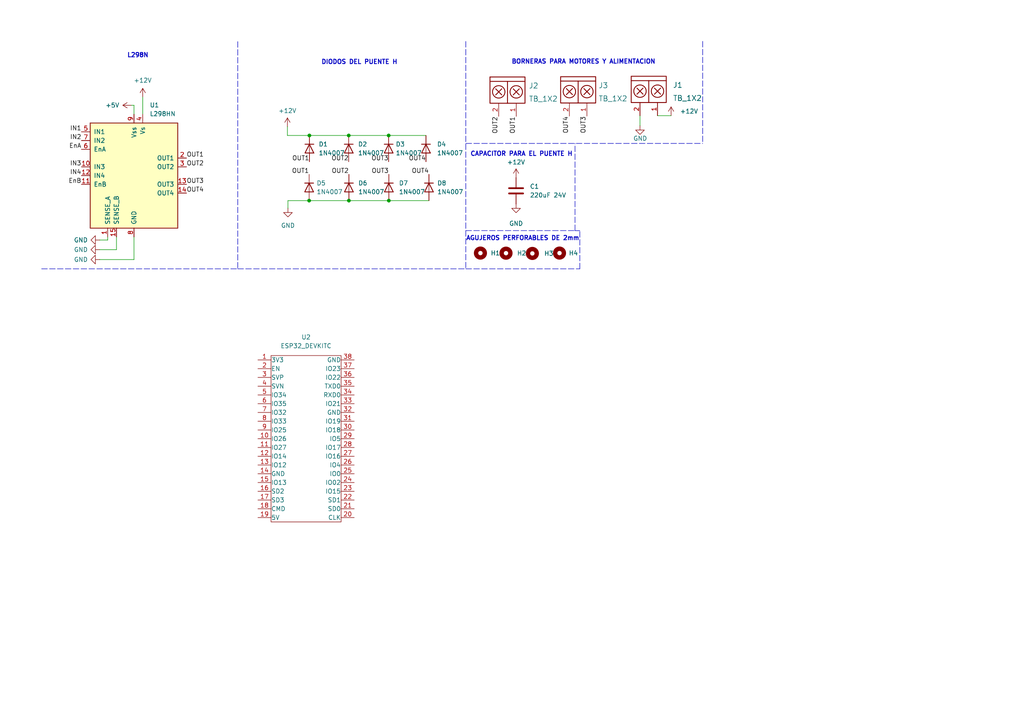
<source format=kicad_sch>
(kicad_sch (version 20211123) (generator eeschema)
  (paper "A4")
  (lib_symbols
    (symbol "Device:C" (pin_numbers hide) (pin_names (offset 0.254))
      (property "Reference" "C" (at 0.635 2.54 0))
      (property "Value" "C" (at 0.635 -2.54 0))
      (symbol "C_0_1"
        (polyline (pts (xy -2.032 -0.762) (xy 2.032 -0.762)) (stroke (width 0.508)))
        (polyline (pts (xy -2.032 0.762) (xy 2.032 0.762)) (stroke (width 0.508)))
      )
      (symbol "C_1_1"
        (pin passive line (at 0 3.81 270) (length 2.794) (name "~") (number "1"))
        (pin passive line (at 0 -3.81 90) (length 2.794) (name "~") (number "2"))
      )
    )
    (symbol "Diode:1N4007" (pin_numbers hide) (pin_names (offset 1.016) hide)
      (property "Reference" "D" (at 0 2.54 0))
      (property "Value" "1N4007" (at 0 -2.54 0))
      (symbol "1N4007_0_1"
        (polyline (pts (xy -1.27 1.27) (xy -1.27 -1.27)) (stroke (width 0.254)))
        (polyline (pts (xy 1.27 0) (xy -1.27 0)))
        (polyline (pts (xy 1.27 1.27) (xy 1.27 -1.27) (xy -1.27 0) (xy 1.27 1.27)) (stroke (width 0.254)))
      )
      (symbol "1N4007_1_1"
        (pin passive line (at -3.81 0 0) (length 2.54) (name "K") (number "1"))
        (pin passive line (at 3.81 0 180) (length 2.54) (name "A") (number "2"))
      )
    )
    (symbol "Driver_Motor:L298HN" (pin_names (offset 1.016))
      (property "Reference" "U" (at -10.16 16.51 0))
      (property "Value" "L298HN" (at 12.7 16.51 0))
      (symbol "L298HN_0_1"
        (rectangle (start -12.7 15.24) (end 12.7 -15.24) (stroke (width 0.254)) (fill (type background)))
      )
      (symbol "L298HN_1_1"
        (pin power_in line (at -7.62 -17.78 90) (length 2.54) (name "SENSE_A") (number "1"))
        (pin input line (at -15.24 2.54 0) (length 2.54) (name "IN3") (number "10"))
        (pin input line (at -15.24 -2.54 0) (length 2.54) (name "EnB") (number "11"))
        (pin input line (at -15.24 0 0) (length 2.54) (name "IN4") (number "12"))
        (pin output line (at 15.24 -2.54 180) (length 2.54) (name "OUT3") (number "13"))
        (pin output line (at 15.24 -5.08 180) (length 2.54) (name "OUT4") (number "14"))
        (pin power_in line (at -5.08 -17.78 90) (length 2.54) (name "SENSE_B") (number "15"))
        (pin output line (at 15.24 5.08 180) (length 2.54) (name "OUT1") (number "2"))
        (pin output line (at 15.24 2.54 180) (length 2.54) (name "OUT2") (number "3"))
        (pin power_in line (at 2.54 17.78 270) (length 2.54) (name "Vs") (number "4"))
        (pin input line (at -15.24 12.7 0) (length 2.54) (name "IN1") (number "5"))
        (pin input line (at -15.24 7.62 0) (length 2.54) (name "EnA") (number "6"))
        (pin input line (at -15.24 10.16 0) (length 2.54) (name "IN2") (number "7"))
        (pin power_in line (at 0 -17.78 90) (length 2.54) (name "GND") (number "8"))
        (pin power_in line (at 0 17.78 270) (length 2.54) (name "Vss") (number "9"))
      )
    )
    (symbol "EESTN5:ESP32_DEVKITC" (pin_names (offset 0.0254))
      (property "Reference" "U" (at 0 25.4 0))
      (property "Value" "ESP32_DEVKITC" (at 0 -25.4 0))
      (symbol "ESP32_DEVKITC_0_1"
        (rectangle (start -10.16 24.13) (end 10.16 -24.13))
      )
      (symbol "ESP32_DEVKITC_1_1"
        (pin passive line (at -13.97 22.86 0) (length 3.81) (name "3V3") (number "1"))
        (pin passive line (at -13.97 0 0) (length 3.81) (name "IO26") (number "10"))
        (pin passive line (at -13.97 -2.54 0) (length 3.81) (name "IO27") (number "11"))
        (pin passive line (at -13.97 -5.08 0) (length 3.81) (name "IO14") (number "12"))
        (pin passive line (at -13.97 -7.62 0) (length 3.81) (name "IO12") (number "13"))
        (pin passive line (at -13.97 -10.16 0) (length 3.81) (name "GND") (number "14"))
        (pin passive line (at -13.97 -12.7 0) (length 3.81) (name "IO13") (number "15"))
        (pin passive line (at -13.97 -15.24 0) (length 3.81) (name "SD2") (number "16"))
        (pin passive line (at -13.97 -17.78 0) (length 3.81) (name "SD3") (number "17"))
        (pin passive line (at -13.97 -20.32 0) (length 3.81) (name "CMD") (number "18"))
        (pin passive line (at -13.97 -22.86 0) (length 3.81) (name "5V") (number "19"))
        (pin passive line (at -13.97 20.32 0) (length 3.81) (name "EN") (number "2"))
        (pin passive line (at 13.97 -22.86 180) (length 3.81) (name "CLK") (number "20"))
        (pin passive line (at 13.97 -20.32 180) (length 3.81) (name "SD0") (number "21"))
        (pin passive line (at 13.97 -17.78 180) (length 3.81) (name "SD1") (number "22"))
        (pin passive line (at 13.97 -15.24 180) (length 3.81) (name "IO15") (number "23"))
        (pin passive line (at 13.97 -12.7 180) (length 3.81) (name "IO02") (number "24"))
        (pin passive line (at 13.97 -10.16 180) (length 3.81) (name "IO0") (number "25"))
        (pin passive line (at 13.97 -7.62 180) (length 3.81) (name "IO4") (number "26"))
        (pin passive line (at 13.97 -5.08 180) (length 3.81) (name "IO16") (number "27"))
        (pin passive line (at 13.97 -2.54 180) (length 3.81) (name "IO17") (number "28"))
        (pin passive line (at 13.97 0 180) (length 3.81) (name "IO5") (number "29"))
        (pin passive line (at -13.97 17.78 0) (length 3.81) (name "SVP") (number "3"))
        (pin passive line (at 13.97 2.54 180) (length 3.81) (name "IO18") (number "30"))
        (pin passive line (at 13.97 5.08 180) (length 3.81) (name "IO19") (number "31"))
        (pin passive line (at 13.97 7.62 180) (length 3.81) (name "GND") (number "32"))
        (pin passive line (at 13.97 10.16 180) (length 3.81) (name "IO21") (number "33"))
        (pin passive line (at 13.97 12.7 180) (length 3.81) (name "RXD0") (number "34"))
        (pin passive line (at 13.97 15.24 180) (length 3.81) (name "TXD0") (number "35"))
        (pin passive line (at 13.97 17.78 180) (length 3.81) (name "IO22") (number "36"))
        (pin passive line (at 13.97 20.32 180) (length 3.81) (name "IO23") (number "37"))
        (pin passive line (at 13.97 22.86 180) (length 3.81) (name "GND") (number "38"))
        (pin passive line (at -13.97 15.24 0) (length 3.81) (name "SVN") (number "4"))
        (pin passive line (at -13.97 12.7 0) (length 3.81) (name "IO34") (number "5"))
        (pin passive line (at -13.97 10.16 0) (length 3.81) (name "IO35") (number "6"))
        (pin passive line (at -13.97 7.62 0) (length 3.81) (name "IO32") (number "7"))
        (pin passive line (at -13.97 5.08 0) (length 3.81) (name "IO33") (number "8"))
        (pin passive line (at -13.97 2.54 0) (length 3.81) (name "IO25") (number "9"))
      )
    )
    (symbol "EESTN5:Mounting_Hole" (pin_names (offset 1.016))
      (property "Reference" "H" (at 0 5.08 0))
      (symbol "Mounting_Hole_0_1"
        (circle (center 0 0) (radius 1.27) (stroke (width 1.27)))
      )
    )
    (symbol "EESTN5:TB_1X2" (pin_names (offset 1.016))
      (property "Reference" "J" (at 0 7.62 0))
      (property "Value" "TB_1X2" (at 1.27 -7.62 0))
      (symbol "TB_1X2_0_1"
        (rectangle (start -2.54 5.08) (end 5.08 -5.08) (stroke (width 0.254)))
        (polyline (pts (xy -1.27 0) (xy 5.08 0)) (stroke (width 0.254)))
        (polyline (pts (xy -1.27 5.08) (xy -1.27 -5.08)) (stroke (width 0.254)))
        (polyline (pts (xy 0.889 -3.429) (xy 2.667 -1.651)) (stroke (width 0.254)))
        (polyline (pts (xy 0.889 -1.651) (xy 2.667 -3.429)) (stroke (width 0.254)))
        (polyline (pts (xy 0.889 1.651) (xy 2.667 3.429)) (stroke (width 0.254)))
        (polyline (pts (xy 0.889 3.429) (xy 2.667 1.651)) (stroke (width 0.254)))
        (circle (center 1.778 -2.54) (radius 1.8034) (stroke (width 0.254)))
        (circle (center 1.778 2.54) (radius 1.8034) (stroke (width 0.254)))
      )
      (symbol "TB_1X2_1_1"
        (pin input line (at 8.89 2.54 180) (length 3.81) (name "~") (number "1"))
        (pin input line (at 8.89 -2.54 180) (length 3.81) (name "~") (number "2"))
      )
    )
    (symbol "power:+12V" (power) (pin_names (offset 0))
      (property "Value" "+12V" (at 0 3.556 0))
      (symbol "+12V_0_1"
        (polyline (pts (xy -0.762 1.27) (xy 0 2.54)))
        (polyline (pts (xy 0 0) (xy 0 2.54)))
        (polyline (pts (xy 0 2.54) (xy 0.762 1.27)))
      )
      (symbol "+12V_1_1"
        (pin power_in line (at 0 0 90) (length 0) hide (name "+12V") (number "1"))
      )
    )
    (symbol "power:+5V" (power) (pin_names (offset 0))
      (property "Value" "+5V" (at 0 3.556 0))
      (symbol "+5V_0_1"
        (polyline (pts (xy -0.762 1.27) (xy 0 2.54)))
        (polyline (pts (xy 0 0) (xy 0 2.54)))
        (polyline (pts (xy 0 2.54) (xy 0.762 1.27)))
      )
      (symbol "+5V_1_1"
        (pin power_in line (at 0 0 90) (length 0) hide (name "+5V") (number "1"))
      )
    )
    (symbol "power:GND" (power) (pin_names (offset 0))
      (property "Value" "GND" (at 0 -3.81 0))
      (symbol "GND_0_1"
        (polyline (pts (xy 0 0) (xy 0 -1.27) (xy 1.27 -1.27) (xy 0 -2.54) (xy -1.27 -1.27) (xy 0 -1.27)))
      )
      (symbol "GND_1_1"
        (pin power_in line (at 0 0 270) (length 0) hide (name "GND") (number "1"))
      )
    )
  )
  (junction (at 89.7382 39.2938))
  (junction (at 112.776 58.1914))
  (junction (at 89.662 58.1914))
  (junction (at 101.1936 58.1914))
  (junction (at 101.1428 39.2938))
  (junction (at 112.7252 39.2938))
  (wire (pts (xy 33.782 72.4154) (xy 28.9306 72.4154)))
  (wire (pts (xy 101.1936 58.1914) (xy 89.662 58.1914)))
  (wire (pts (xy 31.242 68.707) (xy 31.242 69.6214)))
  (wire (pts (xy 190.7032 33.5534) (xy 194.6402 33.5534)))
  (wire (pts (xy 31.242 69.6214) (xy 28.9306 69.6214)))
  (polyline (pts (xy 135.1026 66.8782) (xy 166.7764 66.8782)))
  (polyline (pts (xy 168.1734 66.9036) (xy 166.8018 66.9036)))
  (wire (pts (xy 83.3628 36.7538) (xy 83.3628 39.2938)))
  (wire (pts (xy 38.862 75.2856) (xy 28.9306 75.2856)))
  (polyline (pts (xy 135.1026 77.978) (xy 168.1734 77.978)))
  (polyline (pts (xy 168.1734 77.978) (xy 168.1734 66.9036)))
  (polyline (pts (xy 12.065 77.978) (xy 68.961 77.978)))
  (wire (pts (xy 124.4092 58.1914) (xy 112.776 58.1914)))
  (wire (pts (xy 38.1508 30.5308) (xy 38.862 30.5308)))
  (wire (pts (xy 83.5152 58.1914) (xy 83.5152 60.3758)))
  (polyline (pts (xy 68.961 77.978) (xy 135.1026 77.978)))
  (wire (pts (xy 33.782 68.707) (xy 33.782 72.4154)))
  (polyline (pts (xy 135.128 41.6052) (xy 203.8096 41.6052)))
  (wire (pts (xy 89.662 58.1914) (xy 83.5152 58.1914)))
  (wire (pts (xy 112.7252 39.2938) (xy 123.5456 39.2938)))
  (wire (pts (xy 83.3628 39.2938) (xy 89.7382 39.2938)))
  (wire (pts (xy 89.7382 39.2938) (xy 101.1428 39.2938)))
  (wire (pts (xy 112.776 58.1914) (xy 101.1936 58.1914)))
  (polyline (pts (xy 166.7764 66.8782) (xy 166.7764 41.6052)))
  (wire (pts (xy 38.862 68.707) (xy 38.862 75.2856)))
  (wire (pts (xy 38.862 30.5308) (xy 38.862 33.147)))
  (wire (pts (xy 185.6232 33.5534) (xy 185.6232 36.449)))
  (wire (pts (xy 41.402 28.1686) (xy 41.402 33.147)))
  (polyline (pts (xy 203.8096 11.9888) (xy 203.8096 41.6052)))
  (wire (pts (xy 101.1428 39.2938) (xy 112.7252 39.2938)))
  (polyline (pts (xy 135.1026 12.0142) (xy 135.1026 77.978)))
  (polyline (pts (xy 68.961 12.065) (xy 68.961 77.978)))
  (text "CAPACITOR PARA EL PUENTE H" (at 136.3726 45.5168 0) (effects (font (size 1.27 1.27) bold) (justify left bottom)))
  (text "BORNERAS PARA MOTORES Y ALIMENTACION\n\n" (at 148.3106 20.8026 0) (effects (font (size 1.27 1.27) (thickness 0.254) bold) (justify left bottom)))
  (text "L298N \n" (at 36.83 16.891 0) (effects (font (size 1.27 1.27) (thickness 0.254) bold) (justify left bottom)))
  (text "AGUJEROS PERFORABLES DE 2mm\n" (at 135.128 69.9516 0) (effects (font (size 1.27 1.27) bold) (justify left bottom)))
  (text "DIODOS DEL PUENTE H" (at 93.1418 18.8722 0) (effects (font (size 1.27 1.27) (thickness 0.254) bold) (justify left bottom)))
  (label "OUT2" (at 101.1936 50.5714 180))
  (label "OUT4" (at 124.4092 50.5714 180))
  (label "IN2" (at 23.622 40.767 180))
  (label "EnB" (at 23.622 53.467 180))
  (label "OUT2" (at 144.653 33.7566 270))
  (label "IN3" (at 23.622 48.387 180))
  (label "OUT2" (at 54.102 48.387 0))
  (label "OUT4" (at 54.102 56.007 0))
  (label "OUT1" (at 89.7382 46.9138 180))
  (label "IN1" (at 23.622 38.227 180))
  (label "OUT3" (at 112.7252 46.9138 180))
  (label "OUT3" (at 54.102 53.467 0))
  (label "OUT1" (at 54.102 45.847 0))
  (label "OUT3" (at 112.776 50.5714 180))
  (label "OUT1" (at 89.662 50.5714 180))
  (label "OUT4" (at 123.5456 46.9138 180))
  (label "OUT2" (at 101.1428 46.9138 180))
  (label "OUT1" (at 149.733 33.7566 270))
  (label "OUT3" (at 170.2308 33.6804 270))
  (label "OUT4" (at 165.1508 33.6804 270))
  (label "IN4" (at 23.622 50.927 180))
  (label "EnA" (at 23.622 43.307 180))
  (symbol (lib_id "Diode:1N4007") (at 112.7252 43.1038 270) (unit 1)
    (property "Reference" "D3" (at 114.7572 41.8337 90) (effects (justify left)))
    (property "Value" "1N4007" (at 114.7572 44.3737 90) (effects (justify left)))
    (property "Footprint" "Diode_THT:D_DO-41_SOD81_P10.16mm_Horizontal" (effects hide))
    (property "Datasheet" "http://www.vishay.com/docs/88503/1n4001.pdf" (effects hide))
  )
  (symbol (lib_id "power:+12V") (at 83.3628 36.7538 0) (unit 1)
    (property "Reference" "#PWR0106" (effects hide))
    (property "Value" "+12V" (at 83.3628 32.131 0))
  )
  (symbol (lib_id "Device:C") (at 149.6822 55.3466 0) (unit 1)
    (property "Reference" "C1" (at 153.67 54.0765 0) (effects (justify left)))
    (property "Value" "220uF 24V" (at 153.67 56.6165 0) (effects (justify left)))
    (property "Footprint" "EESTN5:CAP_ELEC_10X8mm" (effects hide))
  )
  (symbol (lib_id "power:+12V") (at 41.402 28.1686 0) (unit 1)
    (property "Reference" "#PWR0104" (effects hide))
    (property "Value" "+12V" (at 41.402 23.3172 0))
  )
  (symbol (lib_id "EESTN5:TB_1X2") (at 147.193 24.8666 270) (unit 1)
    (property "Reference" "J2" (at 153.3398 24.8666 90) (effects (font (size 1.524 1.524)) (justify left)))
    (property "Value" "TB_1X2" (at 153.3398 28.6766 90) (effects (font (size 1.524 1.524)) (justify left)))
    (property "Footprint" "EESTN5:BORNERA2_AZUL" (effects hide))
  )
  (symbol (lib_id "Driver_Motor:L298HN") (at 38.862 50.927 0) (unit 1)
    (property "Reference" "U1" (at 43.4214 30.48 0) (effects (justify left)))
    (property "Value" "L298HN" (at 43.4214 33.02 0) (effects (justify left)))
    (property "Footprint" "Package_TO_SOT_THT:TO-220-15_P2.54x2.54mm_StaggerOdd_Lead5.84mm_TabDown" (effects hide))
    (property "Datasheet" "http://www.st.com/st-web-ui/static/active/en/resource/technical/document/datasheet/CD00000240.pdf" (effects hide))
  )
  (symbol (lib_id "power:GND") (at 28.9306 75.2856 270) (unit 1)
    (property "Reference" "#PWR0103" (effects hide))
    (property "Value" "GND" (at 21.4122 75.2856 90) (effects (justify left)))
  )
  (symbol (lib_id "Diode:1N4007") (at 101.1936 54.3814 270) (unit 1)
    (property "Reference" "D6" (at 103.886 53.1113 90) (effects (justify left)))
    (property "Value" "1N4007" (at 103.886 55.6513 90) (effects (justify left)))
    (property "Footprint" "Diode_THT:D_DO-41_SOD81_P10.16mm_Horizontal" (effects hide))
    (property "Datasheet" "http://www.vishay.com/docs/88503/1n4001.pdf" (effects hide))
  )
  (symbol (lib_id "power:GND") (at 149.6822 59.1566 0) (unit 1)
    (property "Reference" "#PWR0111" (effects hide))
    (property "Value" "GND" (at 149.6822 64.8208 0))
  )
  (symbol (lib_id "Diode:1N4007") (at 89.662 54.3814 270) (unit 1)
    (property "Reference" "D5" (at 91.7956 53.1113 90) (effects (justify left)))
    (property "Value" "1N4007" (at 91.7956 55.6513 90) (effects (justify left)))
    (property "Footprint" "Diode_THT:D_DO-41_SOD81_P10.16mm_Horizontal" (effects hide))
    (property "Datasheet" "http://www.vishay.com/docs/88503/1n4001.pdf" (effects hide))
  )
  (symbol (lib_id "power:+5V") (at 38.1508 30.5308 90) (unit 1)
    (property "Reference" "#PWR0105" (effects hide))
    (property "Value" "+5V" (at 34.6456 30.5307 90) (effects (justify left)))
  )
  (symbol (lib_id "Diode:1N4007") (at 112.776 54.3814 270) (unit 1)
    (property "Reference" "D7" (at 115.6716 53.1113 90) (effects (justify left)))
    (property "Value" "1N4007" (at 115.6716 55.6513 90) (effects (justify left)))
    (property "Footprint" "Diode_THT:D_DO-41_SOD81_P10.16mm_Horizontal" (effects hide))
    (property "Datasheet" "http://www.vishay.com/docs/88503/1n4001.pdf" (effects hide))
  )
  (symbol (lib_id "Diode:1N4007") (at 123.5456 43.1038 270) (unit 1)
    (property "Reference" "D4" (at 126.7206 41.8337 90) (effects (justify left)))
    (property "Value" "1N4007" (at 126.7206 44.3737 90) (effects (justify left)))
    (property "Footprint" "Diode_THT:D_DO-41_SOD81_P10.16mm_Horizontal" (effects hide))
    (property "Datasheet" "http://www.vishay.com/docs/88503/1n4001.pdf" (effects hide))
  )
  (symbol (lib_id "power:+12V") (at 149.6822 51.5366 0) (unit 1)
    (property "Reference" "#PWR0110" (effects hide))
    (property "Value" "+12V" (at 149.6822 47.0408 0))
  )
  (symbol (lib_id "power:GND") (at 28.9306 69.6214 270) (unit 1)
    (property "Reference" "#PWR0102" (effects hide))
    (property "Value" "GND" (at 25.5016 69.6213 90) (effects (justify right)))
  )
  (symbol (lib_id "power:GND") (at 28.9306 72.4154 270) (unit 1)
    (property "Reference" "#PWR0101" (effects hide))
    (property "Value" "GND" (at 21.4122 72.4154 90) (effects (justify left)))
  )
  (symbol (lib_id "EESTN5:TB_1X2") (at 167.6908 24.7904 270) (unit 1)
    (property "Reference" "J3" (at 173.5582 24.7904 90) (effects (font (size 1.524 1.524)) (justify left)))
    (property "Value" "TB_1X2" (at 173.5582 28.6004 90) (effects (font (size 1.524 1.524)) (justify left)))
    (property "Footprint" "EESTN5:BORNERA2_AZUL" (effects hide))
  )
  (symbol (lib_id "EESTN5:Mounting_Hole") (at 154.4066 73.5076 0) (unit 1)
    (property "Reference" "H3" (at 157.8102 73.5075 0) (effects (justify left)))
    (property "Value" "Mounting_Hole" (effects hide))
    (property "Footprint" "EESTN5:Tornillo_M3_8mm" (effects hide))
  )
  (symbol (lib_id "power:GND") (at 83.5152 60.3758 0) (unit 1)
    (property "Reference" "#PWR0107" (effects hide))
    (property "Value" "GND" (at 83.5152 65.405 0))
  )
  (symbol (lib_id "power:GND") (at 185.6232 36.449 0) (unit 1)
    (property "Reference" "#PWR0109" (effects hide))
    (property "Value" "GND" (at 183.642 40.1574 0) (effects (justify left)))
  )
  (symbol (lib_id "EESTN5:Mounting_Hole") (at 162.2806 73.406 0) (unit 1)
    (property "Reference" "H4" (at 164.9476 73.4059 0) (effects (justify left)))
    (property "Value" "Mounting_Hole" (effects hide))
    (property "Footprint" "EESTN5:Tornillo_M3_8mm" (effects hide))
  )
  (symbol (lib_id "EESTN5:Mounting_Hole") (at 146.7612 73.4314 0) (unit 1)
    (property "Reference" "H2" (at 149.9108 73.4313 0) (effects (justify left)))
    (property "Value" "Mounting_Hole" (effects hide))
    (property "Footprint" "EESTN5:Tornillo_M3_8mm" (effects hide))
  )
  (symbol (lib_id "EESTN5:Mounting_Hole") (at 139.3444 73.406 0) (unit 1)
    (property "Reference" "H1" (at 142.2908 73.4059 0) (effects (justify left)))
    (property "Value" "Mounting_Hole" (effects hide))
    (property "Footprint" "EESTN5:Tornillo_M3_8mm" (effects hide))
  )
  (symbol (lib_id "Diode:1N4007") (at 101.1428 43.1038 270) (unit 1)
    (property "Reference" "D2" (at 103.8098 41.8337 90) (effects (justify left)))
    (property "Value" "1N4007" (at 103.8098 44.3737 90) (effects (justify left)))
    (property "Footprint" "Diode_THT:D_DO-41_SOD81_P10.16mm_Horizontal" (effects hide))
    (property "Datasheet" "http://www.vishay.com/docs/88503/1n4001.pdf" (effects hide))
  )
  (symbol (lib_id "EESTN5:ESP32_DEVKITC") (at 88.773 127.254 0) (unit 1)
    (property "Reference" "U2" (at 88.773 97.79 0))
    (property "Value" "ESP32_DEVKITC" (at 88.773 100.33 0))
    (property "Footprint" "EESTN5:ESP32_DEVKITC" (effects hide))
  )
  (symbol (lib_id "power:+12V") (at 194.6402 33.5534 0) (unit 1)
    (property "Reference" "#PWR0108" (effects hide))
    (property "Value" "+12V" (at 197.2056 32.2833 0) (effects (justify left)))
  )
  (symbol (lib_id "Diode:1N4007") (at 89.7382 43.1038 270) (unit 1)
    (property "Reference" "D1" (at 92.4052 41.8337 90) (effects (justify left)))
    (property "Value" "1N4007" (at 92.4052 44.3737 90) (effects (justify left)))
    (property "Footprint" "Diode_THT:D_DO-41_SOD81_P10.16mm_Horizontal" (effects hide))
    (property "Datasheet" "http://www.vishay.com/docs/88503/1n4001.pdf" (effects hide))
  )
  (symbol (lib_id "Diode:1N4007") (at 124.4092 54.3814 270) (unit 1)
    (property "Reference" "D8" (at 126.7968 53.1113 90) (effects (justify left)))
    (property "Value" "1N4007" (at 126.7968 55.6513 90) (effects (justify left)))
    (property "Footprint" "Diode_THT:D_DO-41_SOD81_P10.16mm_Horizontal" (effects hide))
    (property "Datasheet" "http://www.vishay.com/docs/88503/1n4001.pdf" (effects hide))
  )
  (symbol (lib_id "EESTN5:TB_1X2") (at 188.1632 24.6634 270) (unit 1)
    (property "Reference" "J1" (at 195.1482 24.6634 90) (effects (font (size 1.524 1.524)) (justify left)))
    (property "Value" "TB_1X2" (at 195.1482 28.4734 90) (effects (font (size 1.524 1.524)) (justify left)))
    (property "Footprint" "EESTN5:BORNERA2_AZUL" (effects hide))
  )
)
</source>
